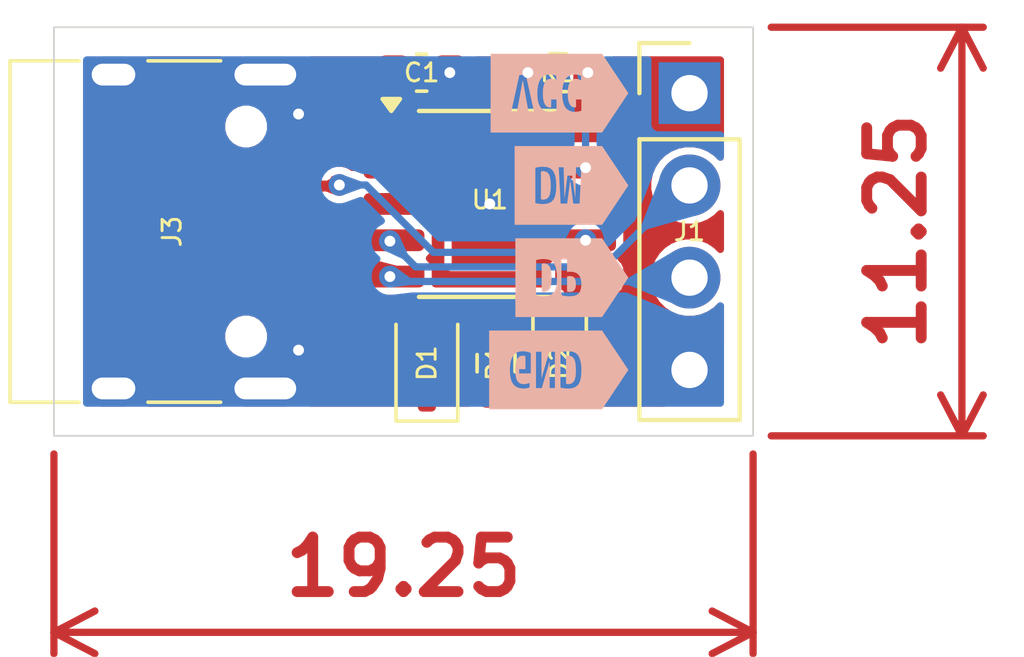
<source format=kicad_pcb>
(kicad_pcb (version 20241229) (generator "pcbnew") (generator_version "9.0")
  (layers (0 "F.Cu" signal) (2 "B.Cu" signal) (13 "F.Paste" user) (15 "B.Paste" user) (5 "F.SilkS" user "F.Silkscreen") (7 "B.SilkS" user "B.Silkscreen") (1 "F.Mask" user) (3 "B.Mask" user) (25 "Edge.Cuts" user))
  (net 0 "")
  (net 1 "GND")
  (net 2 "VCC")
  (net 5 "Net-(U1-CFG1)")
  (net 7 "/DM")
  (net 10 "/DP")
  (net 11 "Net-(J3-CC1)")
  (net 12 "Net-(J3-CC2)")
  (net 13 "Net-(D1-A)")
  (net 14 "Net-(D2-A)")
  (footprint "Diode_SMD:D_SOD-323F" (layer "F.Cu") (at 151.7685 80.7325 90)
    (property "Reference" "D1" (at -0.0175 0 90) (layer "F.SilkS") (effects (font (size 0.5 0.5) (thickness 0.08))))
    (property "Value" "D_Zener" (hide yes))
    (fp_line (start -1.61 -0.85) (end 1.05 -0.85) (stroke (width 0.1)) (layer "F.SilkS"))
    (fp_line (start -1.61 -0.85) (end -1.61 0.85) (stroke (width 0.1)) (layer "F.SilkS"))
    (fp_line (start -1.61 0.85) (end 1.05 0.85) (stroke (width 0.1)) (layer "F.SilkS"))
    (pad "1" smd roundrect (at -1.1 0 90) (size 0.5 0.5) (layers "F.Cu" "F.Mask" "F.Paste") (net 2 "VCC"))
    (pad "2" smd roundrect (at 1.1 0 90) (size 0.5 0.5) (layers "F.Cu" "F.Mask" "F.Paste") (net 13 "Net-(D1-A)"))
  )
  (footprint "Package_SO:SSOP-10-1EP_3.9x4.9mm_P1mm_EP2.1x3.3mm" (layer "F.Cu") (at 153.501 76.365)
    (property "Reference" "U1" (at 0 -0.1125 0) (layer "F.SilkS") (effects (font (size 0.5 0.5) (thickness 0.08))))
    (property "Value" "CH224K")
    (fp_line (start 0 -2.56) (end -1.95 -2.56) (stroke (width 0.12)) (layer "F.SilkS"))
    (fp_line (start 0 -2.56) (end 1.95 -2.56) (stroke (width 0.12)) (layer "F.SilkS"))
    (fp_line (start 0 2.56) (end -1.95 2.56) (stroke (width 0.12)) (layer "F.SilkS"))
    (fp_line (start 0 2.56) (end 1.95 2.56) (stroke (width 0.12)) (layer "F.SilkS"))
    (fp_poly (pts (xy -2.7125 -2.56) (xy -2.9525 -2.89) (xy -2.4725 -2.89)) (stroke (width 0.12)) (fill yes) (layer "F.SilkS"))
    (pad "1" smd roundrect (at -2.6375 -2) (size 1.675 0.6) (layers "F.Cu" "F.Mask" "F.Paste") (net 2 "VCC"))
    (pad "2" smd roundrect (at -2.6375 -1) (size 1.675 0.6) (layers "F.Cu" "F.Mask" "F.Paste"))
    (pad "3" smd roundrect (at -2.6375 0) (size 1.675 0.6) (layers "F.Cu" "F.Mask" "F.Paste"))
    (pad "4" smd roundrect (at -2.6375 1) (size 1.675 0.6) (layers "F.Cu" "F.Mask" "F.Paste") (net 7 "/DM"))
    (pad "5" smd roundrect (at -2.6375 2) (size 1.675 0.6) (layers "F.Cu" "F.Mask" "F.Paste") (net 10 "/DP"))
    (pad "6" smd roundrect (at 2.6375 2) (size 1.675 0.6) (layers "F.Cu" "F.Mask" "F.Paste") (net 12 "Net-(J3-CC2)"))
    (pad "7" smd roundrect (at 2.6375 1) (size 1.675 0.6) (layers "F.Cu" "F.Mask" "F.Paste") (net 11 "Net-(J3-CC1)"))
    (pad "8" smd roundrect (at 2.6375 0) (size 1.675 0.6) (layers "F.Cu" "F.Mask" "F.Paste") (net 2 "VCC"))
    (pad "9" smd roundrect (at 2.6375 -1) (size 1.675 0.6) (layers "F.Cu" "F.Mask" "F.Paste") (net 5 "Net-(U1-CFG1)"))
    (pad "10" smd roundrect (at 2.6375 -2) (size 1.675 0.6) (layers "F.Cu" "F.Mask" "F.Paste"))
    (pad "11" smd rect (at 0 0) (size 2.1 3.3) (property pad_prop_heatsink) (layers "F.Cu" "F.Mask") (net 1 "GND"))
  )
  (footprint "Connector_PinHeader_2.54mm:PinHeader_1x04_P2.54mm_Vertical" (layer "F.Cu") (at 159 73.315)
    (property "Reference" "J1" (at 0 3.81 0) (layer "F.SilkS") (effects (font (size 0.5 0.5) (thickness 0.08))))
    (property "Value" "Conn_01x04_Pin")
    (fp_line (start -1.38 -1.38) (end 0 -1.38) (stroke (width 0.12)) (layer "F.SilkS"))
    (fp_line (start -1.38 0) (end -1.38 -1.38) (stroke (width 0.12)) (layer "F.SilkS"))
    (fp_line (start -1.38 1.27) (end -1.38 9) (stroke (width 0.12)) (layer "F.SilkS"))
    (fp_line (start -1.38 1.27) (end 1.38 1.27) (stroke (width 0.12)) (layer "F.SilkS"))
    (fp_line (start -1.38 9) (end 1.38 9) (stroke (width 0.12)) (layer "F.SilkS"))
    (fp_line (start 1.38 1.27) (end 1.38 9) (stroke (width 0.12)) (layer "F.SilkS"))
    (pad "1" thru_hole rect (at 0 0) (size 1.7 1.7) (drill 1) (layers "*.Cu" "*.Mask") (net 2 "VCC"))
    (pad "2" thru_hole circle (at 0 2.54) (size 1.7 1.7) (drill 1) (layers "*.Cu" "*.Mask") (net 7 "/DM"))
    (pad "3" thru_hole circle (at 0 5.08) (size 1.7 1.7) (drill 1) (layers "*.Cu" "*.Mask") (net 10 "/DP"))
    (pad "4" thru_hole circle (at 0 7.62) (size 1.7 1.7) (drill 1) (layers "*.Cu" "*.Mask") (net 1 "GND"))
  )
  (footprint "Connector_USB:USB_C_Receptacle_HRO_TYPE-C-31-M-12" (layer "F.Cu") (at 144.19 77.125 -90)
    (property "Reference" "J3" (at 0 -0.56 90) (layer "F.SilkS") (effects (font (size 0.5 0.5) (thickness 0.08))))
    (property "Value" "USB_C_Receptacle_USB2.0_16P" (hide yes))
    (fp_line (start -4.7 3.9) (end 4.7 3.9) (stroke (width 0.1)) (layer "F.SilkS"))
    (fp_line (start -4.7 2) (end -4.7 3.9) (stroke (width 0.1)) (layer "F.SilkS"))
    (fp_line (start 4.7 2) (end 4.7 3.9) (stroke (width 0.1)) (layer "F.SilkS"))
    (fp_line (start -4.7 -1.9) (end -4.7 0.1) (stroke (width 0.1)) (layer "F.SilkS"))
    (fp_line (start 4.7 -1.9) (end 4.7 0.1) (stroke (width 0.1)) (layer "F.SilkS"))
    (pad "" np_thru_hole circle (at -2.89 -2.6 270) (size 0.65 0.65) (drill 0.65) (layers "*.Cu" "*.Mask"))
    (pad "" np_thru_hole circle (at 2.89 -2.6 270) (size 0.65 0.65) (drill 0.65) (layers "*.Cu" "*.Mask"))
    (pad "A1" smd rect (at -3.25 -4.045 270) (size 0.6 1.45) (layers "F.Cu" "F.Mask" "F.Paste") (net 1 "GND"))
    (pad "A4" smd rect (at -2.45 -4.045 270) (size 0.6 1.45) (layers "F.Cu" "F.Mask" "F.Paste") (net 2 "VCC"))
    (pad "A5" smd rect (at -1.25 -4.045 270) (size 0.3 1.45) (layers "F.Cu" "F.Mask" "F.Paste") (net 11 "Net-(J3-CC1)"))
    (pad "A6" smd rect (at -0.25 -4.045 270) (size 0.3 1.45) (layers "F.Cu" "F.Mask" "F.Paste") (net 10 "/DP"))
    (pad "A7" smd rect (at 0.25 -4.045 270) (size 0.3 1.45) (layers "F.Cu" "F.Mask" "F.Paste") (net 7 "/DM"))
    (pad "A8" smd rect (at 1.25 -4.045 270) (size 0.3 1.45) (layers "F.Cu" "F.Mask" "F.Paste"))
    (pad "A9" smd rect (at 2.45 -4.045 270) (size 0.6 1.45) (layers "F.Cu" "F.Mask" "F.Paste") (net 2 "VCC"))
    (pad "A12" smd rect (at 3.25 -4.045 270) (size 0.6 1.45) (layers "F.Cu" "F.Mask" "F.Paste") (net 1 "GND"))
    (pad "B1" smd rect (at 3.25 -4.045 270) (size 0.6 1.45) (layers "F.Cu" "F.Mask" "F.Paste") (net 1 "GND"))
    (pad "B4" smd rect (at 2.45 -4.045 270) (size 0.6 1.45) (layers "F.Cu" "F.Mask" "F.Paste") (net 2 "VCC"))
    (pad "B5" smd rect (at 1.75 -4.045 270) (size 0.3 1.45) (layers "F.Cu" "F.Mask" "F.Paste") (net 12 "Net-(J3-CC2)"))
    (pad "B6" smd rect (at 0.75 -4.045 270) (size 0.3 1.45) (layers "F.Cu" "F.Mask" "F.Paste") (net 10 "/DP"))
    (pad "B7" smd rect (at -0.75 -4.045 270) (size 0.3 1.45) (layers "F.Cu" "F.Mask" "F.Paste") (net 7 "/DM"))
    (pad "B8" smd rect (at -1.75 -4.045 270) (size 0.3 1.45) (layers "F.Cu" "F.Mask" "F.Paste"))
    (pad "B9" smd rect (at -2.45 -4.045 270) (size 0.6 1.45) (layers "F.Cu" "F.Mask" "F.Paste") (net 2 "VCC"))
    (pad "B12" smd rect (at -3.25 -4.045 270) (size 0.6 1.45) (layers "F.Cu" "F.Mask" "F.Paste") (net 1 "GND"))
    (pad "S1" thru_hole oval (at -4.32 -3.13 270) (size 1 2.1) (drill oval 0.6 1.7) (property pad_prop_heatsink) (layers "*.Cu" "*.Mask") (net 1 "GND"))
    (pad "S1" thru_hole oval (at -4.32 1.05 270) (size 1 1.6) (drill oval 0.6 1.2) (property pad_prop_heatsink) (layers "*.Cu" "*.Mask") (net 1 "GND"))
    (pad "S1" thru_hole oval (at 4.32 -3.13 270) (size 1 2.1) (drill oval 0.6 1.7) (property pad_prop_heatsink) (layers "*.Cu" "*.Mask") (net 1 "GND"))
    (pad "S1" thru_hole oval (at 4.32 1.05 270) (size 1 1.6) (drill oval 0.6 1.2) (property pad_prop_heatsink) (layers "*.Cu" "*.Mask") (net 1 "GND"))
  )
  (footprint "Resistor_SMD:R_0603_1608Metric" (layer "F.Cu") (at 155.375 72.75 180)
    (property "Reference" "R2" (at 0 0 0) (layer "F.SilkS") (effects (font (size 0.5 0.5) (thickness 0.08))))
    (property "Value" "R" (hide yes))
    (fp_line (start -0.237258 0.5225) (end 0.237258 0.5225) (stroke (width 0.1)) (layer "F.SilkS"))
    (fp_line (start -0.237258 -0.5225) (end 0.237258 -0.5225) (stroke (width 0.1)) (layer "F.SilkS"))
    (pad "1" smd roundrect (at -0.825 0 180) (size 0.8 0.95) (layers "F.Cu" "F.Mask" "F.Paste") (net 5 "Net-(U1-CFG1)"))
    (pad "2" smd roundrect (at 0.825 0 180) (size 0.8 0.95) (layers "F.Cu" "F.Mask" "F.Paste") (net 1 "GND"))
  )
  (footprint "Capacitor_SMD:C_0603_1608Metric" (layer "F.Cu") (at 151.625 72.75)
    (property "Reference" "C1" (at 0 0 0) (layer "F.SilkS") (effects (font (size 0.5 0.5) (thickness 0.08))))
    (property "Value" "1uF" (hide yes))
    (fp_line (start -0.14058 -0.51) (end 0.14058 -0.51) (stroke (width 0.1)) (layer "F.SilkS"))
    (fp_line (start -0.14058 0.51) (end 0.14058 0.51) (stroke (width 0.1)) (layer "F.SilkS"))
    (pad "1" smd roundrect (at -0.775 0) (size 0.9 0.95) (layers "F.Cu" "F.Mask" "F.Paste") (net 2 "VCC"))
    (pad "2" smd roundrect (at 0.775 0) (size 0.9 0.95) (layers "F.Cu" "F.Mask" "F.Paste") (net 1 "GND"))
  )
  (footprint "Resistor_SMD:R_0603_1608Metric" (layer "F.Cu") (at 153.6735 80.75 90)
    (property "Reference" "R1" (at 0 0 90) (layer "F.SilkS") (effects (font (size 0.5 0.5) (thickness 0.08))))
    (property "Value" "R" (hide yes))
    (fp_line (start -0.237258 -0.5225) (end 0.237258 -0.5225) (stroke (width 0.1)) (layer "F.SilkS"))
    (fp_line (start -0.237258 0.5225) (end 0.237258 0.5225) (stroke (width 0.1)) (layer "F.SilkS"))
    (pad "1" smd roundrect (at -0.825 0 90) (size 0.8 0.95) (layers "F.Cu" "F.Mask" "F.Paste") (net 14 "Net-(D2-A)"))
    (pad "2" smd roundrect (at 0.825 0 90) (size 0.8 0.95) (layers "F.Cu" "F.Mask" "F.Paste") (net 13 "Net-(D1-A)"))
  )
  (footprint "LED_SMD:LED_0603_1608Metric" (layer "F.Cu") (at 155.4235 80.735 -90)
    (property "Reference" "D2" (at -0.015 0 90) (layer "F.SilkS") (effects (font (size 0.5 0.5) (thickness 0.08))))
    (property "Value" "LED" (hide yes))
    (fp_line (start -1.485 0.735) (end 0.8 0.735) (stroke (width 0.1)) (layer "F.SilkS"))
    (fp_line (start -1.485 -0.735) (end -1.485 0.735) (stroke (width 0.1)) (layer "F.SilkS"))
    (fp_line (start 0.8 -0.735) (end -1.485 -0.735) (stroke (width 0.1)) (layer "F.SilkS"))
    (pad "1" smd roundrect (at -0.7875 0 270) (size 0.875 0.95) (layers "F.Cu" "F.Mask" "F.Paste") (net 1 "GND"))
    (pad "2" smd roundrect (at 0.7875 0 270) (size 0.875 0.95) (layers "F.Cu" "F.Mask" "F.Paste") (net 14 "Net-(D2-A)"))
  )
  (footprint "kibuzzard-688E3247" (layer "B.Cu") (at 155.419179 73.315)
    (property "Reference" "kibuzzard-688E3247" (hide yes))
    (property "Value" "G***" (hide yes))
    (fp_poly (pts (xy -1.325875 1.084475) (xy -1.896651 1.084475) (xy -1.896651 -1.084475) (xy -1.325875 -1.084475) (xy -0.925875 -1.084475) (xy -0.925875 -0.5) (xy -1.103957 -0.5) (xy -1.325875 0.5) (xy -1.168341 0.5) (xy -1.012177 -0.363014) (xy -1.010807 -0.363014) (xy -0.854642 0.5) (xy -0.702588 0.5) (xy -0.925875 -0.5) (xy -0.925875 -1.084475) (xy -0.262861 -1.084475) (xy -0.262861 -0.513699) (xy -0.34409 -0.505458) (xy -0.414488 -0.480736) (xy -0.474056 -0.439533) (xy -0.522793 -0.381849) (xy -0.5607 -0.307684) (xy -0.587776 -0.217038) (xy -0.604022 -0.10991) (xy -0.609437 0.013699) (xy -0.604086 0.130886) (xy -0.588033 0.232449) (xy -0.561278 0.318386) (xy -0.52382 0.388699) (xy -0.475661 0.443386) (xy -0.4168 0.482449) (xy -0.347236 0.505886) (xy -0.266971 0.513699) (xy -0.169368 0.506164) (xy -0.08204 0.483562) (xy -0.08204 0.173973) (xy -0.228615 0.173973) (xy -0.228615 0.387671) (xy -0.260122 0.393151) (xy -0.320814 0.38261) (xy -0.370472 0.350989) (xy -0.409094 0.298288) (xy -0.436682 0.224505) (xy -0.453234 0.129642) (xy -0.458752 0.013699) (xy -0.452664 -0.111454) (xy -0.434399 -0.213851) (xy -0.403957 -0.293493) (xy -0.361339 -0.350381) (xy -0.306545 -0.384513) (xy -0.239574 -0.39589) (xy -0.166971 -0.385274) (xy -0.088889 -0.353425) (xy -0.088889 -0.479452) (xy -0.171423 -0.505137) (xy -0.262861 -0.513699) (xy -0.262861 -1.084475) (xy 0.42207 -1.084475) (xy 0.42207 -0.513699) (xy 0.340841 -0.505458) (xy 0.270443 -0.480736) (xy 0.210876 -0.439533) (xy 0.162139 -0.381849) (xy 0.124232 -0.307684) (xy 0.097156 -0.217038) (xy 0.08091 -0.10991) (xy 0.075495 0.013699) (xy 0.080846 0.130886) (xy 0.096899 0.232449) (xy 0.123654 0.318386) (xy 0.161111 0.388699) (xy 0.20927 0.443386) (xy 0.268132 0.482449) (xy 0.337695 0.505886) (xy 0.41796 0.513699) (xy 0.515563 0.506164) (xy 0.602892 0.483562) (xy 0.602892 0.173973) (xy 0.456317 0.173973) (xy 0.456317 0.387671) (xy 0.42481 0.393151) (xy 0.364117 0.38261) (xy 0.31446 0.350989) (xy 0.275837 0.298288) (xy 0.24825 0.224505) (xy 0.231697 0.129642) (xy 0.22618 0.013699) (xy 0.232268 -0.111454) (xy 0.250533 -0.213851) (xy 0.280974 -0.293493) (xy 0.323592 -0.350381) (xy 0.378387 -0.384513) (xy 0.445358 -0.39589) (xy 0.51796 -0.385274) (xy 0.596043 -0.353425) (xy 0.596043 -0.479452) (xy 0.513508 -0.505137) (xy 0.42207 -0.513699) (xy 0.42207 -1.084475) (xy 0.602892 -1.084475) (xy 1.173668 -1.084475) (xy 1.896651 0) (xy 1.173668 1.084475) (xy 0.602892 1.084475) (xy -1.325875 1.084475)) (fill yes) (layer "B.SilkS"))
  )
  (footprint "kibuzzard-688E3260" (layer "B.Cu") (at 155.399316 80.935)
    (property "Reference" "kibuzzard-688E3260" (hide yes))
    (property "Value" "G***" (hide yes))
    (fp_poly (pts (xy 0.262481 0.394521) (xy 0.200837 0.382192) (xy 0.200837 -0.383562) (xy 0.262481 -0.39589) (xy 0.3582 -0.373973) (xy 0.42344 -0.308219) (xy 0.451218 -0.233486) (xy 0.467884 -0.12618) (xy 0.47344 0.013699) (xy 0.467808 0.140335) (xy 0.450913 0.238965) (xy 0.422755 0.309589) (xy 0.357344 0.373288) (xy 0.262481 0.394521)) (fill yes) (layer "B.SilkS"))
    (fp_poly (pts (xy -1.345738 1.084475) (xy -1.916514 1.084475) (xy -1.916514 -1.084475) (xy -1.345738 -1.084475) (xy -1.003272 -1.084475) (xy -1.003272 -0.513699) (xy -1.083538 -0.505565) (xy -1.153101 -0.481164) (xy -1.211963 -0.440497) (xy -1.260122 -0.383562) (xy -1.297579 -0.31036) (xy -1.324334 -0.22089) (xy -1.340387 -0.115154) (xy -1.345738 0.006849) (xy -1.339959 0.129538) (xy -1.322622 0.234589) (xy -1.293726 0.322003) (xy -1.253272 0.391781) (xy -1.181355 0.459513) (xy -1.088889 0.500152) (xy -0.975875 0.513699) (xy -0.888546 0.506164) (xy -0.804642 0.483562) (xy -0.804642 0.360274) (xy -0.891971 0.384932) (xy -0.975875 0.393151) (xy -1.073478 0.371404) (xy -1.141629 0.306164) (xy -1.171309 0.234247) (xy -1.189117 0.134475) (xy -1.195053 0.006849) (xy -1.189422 -0.123744) (xy -1.172527 -0.226941) (xy -1.144368 -0.30274) (xy -1.082725 -0.372603) (xy -0.999163 -0.39589) (xy -0.916971 -0.379452) (xy -0.916971 -0.020548) (xy -1.089574 -0.020548) (xy -1.089574 0.09589) (xy -0.770396 0.09589) (xy -0.770396 -0.465753) (xy -0.84376 -0.49239) (xy -0.921385 -0.508371) (xy -1.003272 -0.513699) (xy -1.003272 -1.084475) (xy -0.62656 -1.084475) (xy -0.62656 -0.5) (xy -0.62656 0.5) (xy -0.467656 0.5) (xy -0.253957 -0.226027) (xy -0.249848 -0.226027) (xy -0.249848 0.5) (xy -0.106012 0.5) (xy -0.106012 -0.5) (xy -0.259437 -0.5) (xy -0.473135 0.226027) (xy -0.475875 0.226027) (xy -0.475875 -0.5) (xy -0.62656 -0.5) (xy -0.62656 -1.084475) (xy 0.262481 -1.084475) (xy 0.262481 -0.513699) (xy 0.150495 -0.506849) (xy 0.047412 -0.486301) (xy 0.047412 0.486301) (xy 0.154604 0.506849) (xy 0.262481 0.513699) (xy 0.378387 0.501294) (xy 0.470396 0.464079) (xy 0.538508 0.402055) (xy 0.575366 0.335916) (xy 0.601693 0.249144) (xy 0.61749 0.141738) (xy 0.622755 0.013699) (xy 0.618265 -0.11035) (xy 0.604795 -0.21583) (xy 0.582344 -0.30274) (xy 0.532858 -0.401884) (xy 0.465221 -0.466438) (xy 0.37618 -0.501884) (xy 0.262481 -0.513699) (xy 0.262481 -1.084475) (xy 0.622755 -1.084475) (xy 1.193531 -1.084475) (xy 1.916514 0) (xy 1.193531 1.084475) (xy 0.622755 1.084475) (xy -1.345738 1.084475)) (fill yes) (layer "B.SilkS"))
  )
  (footprint "kibuzzard-688E3266" (layer "B.Cu") (at 155.760274 78.395)
    (property "Reference" "kibuzzard-688E3266" (hide yes))
    (property "Value" "G***" (hide yes))
    (fp_poly (pts (xy 0.112481 0.179452) (xy 0.102378 0.277397) (xy 0.07207 0.343836) (xy 0.020529 0.381849) (xy -0.053272 0.394521) (xy -0.132725 0.383562) (xy -0.132725 -0.036986) (xy -0.053272 -0.046575) (xy 0.020529 -0.033733) (xy 0.07207 0.004795) (xy 0.102378 0.074144) (xy 0.112481 0.179452)) (fill yes) (layer "B.SilkS"))
    (fp_poly (pts (xy -0.769711 0.394521) (xy -0.831355 0.382192) (xy -0.831355 -0.383562) (xy -0.769711 -0.39589) (xy -0.673992 -0.373973) (xy -0.608752 -0.308219) (xy -0.580974 -0.233486) (xy -0.564307 -0.12618) (xy -0.558752 0.013699) (xy -0.564384 0.140335) (xy -0.581279 0.238965) (xy -0.609437 0.309589) (xy -0.674848 0.373288) (xy -0.769711 0.394521)) (fill yes) (layer "B.SilkS"))
    (fp_poly (pts (xy -0.984779 1.084475) (xy -1.555556 1.084475) (xy -1.555556 -1.084475) (xy -0.984779 -1.084475) (xy -0.769711 -1.084475) (xy -0.769711 -0.513699) (xy -0.881697 -0.506849) (xy -0.984779 -0.486301) (xy -0.984779 0.486301) (xy -0.877588 0.506849) (xy -0.769711 0.513699) (xy -0.653805 0.501294) (xy -0.561796 0.464079) (xy -0.493683 0.402055) (xy -0.456826 0.335916) (xy -0.430498 0.249144) (xy -0.414702 0.141738) (xy -0.409437 0.013699) (xy -0.413927 -0.11035) (xy -0.427397 -0.21583) (xy -0.449848 -0.30274) (xy -0.499334 -0.401884) (xy -0.566971 -0.466438) (xy -0.656012 -0.501884) (xy -0.769711 -0.513699) (xy -0.769711 -1.084475) (xy -0.132725 -1.084475) (xy -0.132725 -0.5) (xy -0.286149 -0.5) (xy -0.286149 0.486301) (xy -0.209741 0.501522) (xy -0.132116 0.510654) (xy -0.053272 0.513699) (xy 0.046423 0.504947) (xy 0.126332 0.478691) (xy 0.186454 0.434932) (xy 0.228311 0.371537) (xy 0.253425 0.286377) (xy 0.261796 0.179452) (xy 0.253196 0.070624) (xy 0.227397 -0.016591) (xy 0.184399 -0.082192) (xy 0.123592 -0.127854) (xy 0.044368 -0.155251) (xy -0.053272 -0.164384) (xy -0.132725 -0.157534) (xy -0.132725 -0.5) (xy -0.132725 -1.084475) (xy 0.261796 -1.084475) (xy 0.832572 -1.084475) (xy 1.555556 0) (xy 0.832572 1.084475) (xy 0.261796 1.084475) (xy -0.984779 1.084475)) (fill yes) (layer "B.SilkS"))
  )
  (footprint "kibuzzard-688E326B" (layer "B.Cu") (at 155.75 75.855)
    (property "Reference" "kibuzzard-688E326B" (hide yes))
    (property "Value" "G***" (hide yes))
    (fp_poly (pts (xy -0.779985 0.394521) (xy -0.841629 0.382192) (xy -0.841629 -0.383562) (xy -0.779985 -0.39589) (xy -0.684266 -0.373973) (xy -0.619026 -0.308219) (xy -0.591248 -0.233486) (xy -0.574581 -0.12618) (xy -0.569026 0.013699) (xy -0.574658 0.140335) (xy -0.591553 0.238965) (xy -0.619711 0.309589) (xy -0.685122 0.373288) (xy -0.779985 0.394521)) (fill yes) (layer "B.SilkS"))
    (fp_poly (pts (xy -0.995053 1.084475) (xy -1.56583 1.084475) (xy -1.56583 -1.084475) (xy -0.995053 -1.084475) (xy -0.779985 -1.084475) (xy -0.779985 -0.513699) (xy -0.891971 -0.506849) (xy -0.995053 -0.486301) (xy -0.995053 0.486301) (xy -0.887861 0.506849) (xy -0.779985 0.513699) (xy -0.664079 0.501294) (xy -0.57207 0.464079) (xy -0.503957 0.402055) (xy -0.4671 0.335916) (xy -0.440772 0.249144) (xy -0.424976 0.141738) (xy -0.419711 0.013699) (xy -0.424201 -0.11035) (xy -0.437671 -0.21583) (xy -0.460122 -0.30274) (xy -0.509608 -0.401884) (xy -0.577245 -0.466438) (xy -0.666286 -0.501884) (xy -0.779985 -0.513699) (xy -0.779985 -1.084475) (xy -0.216971 -1.084475) (xy -0.216971 -0.5) (xy -0.351218 -0.5) (xy -0.299163 0.5) (xy -0.119711 0.5) (xy -0.036149 -0.136986) (xy -0.033409 -0.136986) (xy 0.048782 0.5) (xy 0.221385 0.5) (xy 0.27207 -0.5) (xy 0.125495 -0.5) (xy 0.104947 0.349315) (xy 0.103577 0.349315) (xy 0.018645 -0.267123) (xy -0.111492 -0.267123) (xy -0.189574 0.349315) (xy -0.193683 0.349315) (xy -0.216971 -0.5) (xy -0.216971 -1.084475) (xy 0.27207 -1.084475) (xy 0.842846 -1.084475) (xy 1.56583 0) (xy 0.842846 1.084475) (xy 0.27207 1.084475) (xy -0.995053 1.084475)) (fill yes) (layer "B.SilkS"))
  )
  (gr_rect (start 141.5 71.5) (end 160.75 82.75) (stroke (width 0.05)) (fill no) (layer "Edge.Cuts"))
  (dimension (type orthogonal) (layer "F.Cu") (pts (xy 141.5 82.75) (xy 160.75 82.75)) (height 5.41) (orientation 0) (format (prefix "") (suffix "") (units 3) (units_format 0) (precision 4) (suppress_zeroes yes)) (style (thickness 0.2) (arrow_length 1.27) (text_position_mode 0) (arrow_direction outward) (extension_height 0.58642) (extension_offset 0.5) (keep_text_aligned yes)) (gr_text "19.25" (at 151.125 86.36 0) (layer "F.Cu") (effects (font (size 1.5 1.5) (thickness 0.3)))))
  (dimension (type orthogonal) (layer "F.Cu") (pts (xy 160.75 82.75) (xy 160.75 71.5)) (height 5.75) (orientation 1) (format (prefix "") (suffix "") (units 3) (units_format 0) (precision 4) (suppress_zeroes yes)) (style (thickness 0.2) (arrow_length 1.27) (text_position_mode 0) (arrow_direction outward) (extension_height 0.58642) (extension_offset 0.5) (keep_text_aligned yes)) (gr_text "11.25" (at 164.7 77.125 90) (layer "F.Cu") (effects (font (size 1.5 1.5) (thickness 0.3)))))
  (segment (start 158.0125 79.9475) (end 159 80.935) (width 0.2) (layer "F.Cu") (net 1))
  (segment (start 155.4235 79.9475) (end 158.0125 79.9475) (width 0.2) (layer "F.Cu") (net 1))
  (via (at 153.5 76.365) (size 0.6) (drill 0.3) (layers "F.Cu" "B.Cu") (net 1))
  (via (at 148.235 73.89) (size 0.6) (drill 0.3) (layers "F.Cu" "B.Cu") (net 1))
  (via (at 154.55 72.75) (size 0.6) (drill 0.3) (layers "F.Cu" "B.Cu") (net 1))
  (via (at 152.4 72.75) (size 0.6) (drill 0.3) (layers "F.Cu" "B.Cu") (net 1))
  (via (at 148.235 80.39) (size 0.6) (drill 0.3) (layers "F.Cu" "B.Cu") (net 1))
  (via (at 156.1375 75.365) (size 0.6) (drill 0.3) (layers "F.Cu" "B.Cu") (net 5))
  (via (at 156.2 72.75) (size 0.6) (drill 0.3) (layers "F.Cu" "B.Cu") (net 5))
  (segment (start 156.1375 72.8125) (end 156.1375 75.365) (width 0.2) (layer "B.Cu") (net 5))
  (segment (start 156.2 72.75) (end 156.1375 72.8125) (width 0.2) (layer "B.Cu") (net 5))
  (segment (start 149.212 77.39) (end 149.163 77.341) (width 0.2) (layer "F.Cu") (net 7))
  (segment (start 149.039733 76.375) (end 149.261 76.596267) (width 0.2) (layer "F.Cu") (net 7))
  (segment (start 149.261 76.596267) (end 149.261 77.341) (width 0.2) (layer "F.Cu") (net 7))
  (segment (start 148.235 76.375) (end 149.039733 76.375) (width 0.2) (layer "F.Cu") (net 7))
  (segment (start 149.212 77.39) (end 149.261 77.341) (width 0.2) (layer "F.Cu") (net 7))
  (segment (start 148.261 76.439) (end 148.235 76.413) (width 0.2) (layer "F.Cu") (net 7))
  (segment (start 150.75 77.39) (end 149.212 77.39) (width 0.2) (layer "F.Cu") (net 7))
  (segment (start 148.235 77.39) (end 149.212 77.39) (width 0.2) (layer "F.Cu") (net 7))
  (segment (start 149.11 76.39) (end 148.235 76.39) (width 0.2) (layer "F.Cu") (net 7))
  (segment (start 149.163 77.341) (end 149.261 77.341) (width 0.2) (layer "F.Cu") (net 7))
  (via (at 150.75 77.39) (size 0.6) (drill 0.3) (layers "F.Cu" "B.Cu") (net 7))
  (segment (start 156.651 78.099) (end 159.25 75.5) (width 0.2) (layer "B.Cu") (net 7))
  (segment (start 151.459 78.099) (end 156.651 78.099) (width 0.2) (layer "B.Cu") (net 7))
  (segment (start 150.75 77.39) (end 151.459 78.099) (width 0.2) (layer "B.Cu") (net 7))
  (segment (start 147.258 77.875) (end 148.235 77.875) (width 0.2) (layer "F.Cu") (net 10))
  (segment (start 147.209 77.826) (end 147.258 77.875) (width 0.2) (layer "F.Cu") (net 10))
  (segment (start 147.258 76.875) (end 147.209 76.924) (width 0.2) (layer "F.Cu") (net 10))
  (segment (start 148.235 77.89) (end 149.908032 77.89) (width 0.2) (layer "F.Cu") (net 10))
  (segment (start 148.235 76.875) (end 147.258 76.875) (width 0.2) (layer "F.Cu") (net 10))
  (segment (start 149.908032 77.89) (end 150.383032 78.365) (width 0.2) (layer "F.Cu") (net 10))
  (segment (start 147.209 76.924) (end 147.209 77.826) (width 0.2) (layer "F.Cu") (net 10))
  (via (at 150.75 78.365) (size 0.6) (drill 0.3) (layers "F.Cu" "B.Cu") (net 10))
  (segment (start 150.75 78.365) (end 150.885 78.5) (width 0.2) (layer "B.Cu") (net 10))
  (segment (start 150.885 78.5) (end 159 78.5) (width 0.2) (layer "B.Cu") (net 10))
  (segment (start 149.358601 75.843925) (end 148.281075 75.843925) (width 0.2) (layer "F.Cu") (net 11))
  (via (at 149.358601 75.843925) (size 0.6) (drill 0.3) (layers "F.Cu" "B.Cu") (net 11))
  (via (at 156.1375 77.365) (size 0.6) (drill 0.3) (layers "F.Cu" "B.Cu") (net 11))
  (segment (start 150.093925 75.843925) (end 151.948 77.698) (width 0.2) (layer "B.Cu") (net 11))
  (segment (start 151.948 77.698) (end 155.8045 77.698) (width 0.2) (layer "B.Cu") (net 11))
  (segment (start 155.8045 77.698) (end 156.1375 77.365) (width 0.2) (layer "B.Cu") (net 11))
  (segment (start 149.358601 75.843925) (end 150.093925 75.843925) (width 0.2) (layer "B.Cu") (net 11))
  (segment (start 148.235 78.89) (end 148.311 78.966) (width 0.2) (layer "F.Cu") (net 12))
  (segment (start 155.5365 78.966) (end 156.1375 78.365) (width 0.2) (layer "F.Cu") (net 12))
  (segment (start 148.311 78.966) (end 155.5365 78.966) (width 0.2) (layer "F.Cu") (net 12))
  (segment (start 153.77 80) (end 152.075 80) (width 0.2) (layer "F.Cu") (net 13))
  (segment (start 152.075 80) (end 151.845 79.77) (width 0.2) (layer "F.Cu") (net 13))
  (segment (start 155.371 81.575) (end 153.6735 81.575) (width 0.2) (layer "F.Cu") (net 14))
  (zone (net 2) (net_name "VCC") (layer "F.Cu") (connect_pads yes (clearance 0.2)) (min_thickness 0.2) (fill yes (thermal_gap 0.5) (thermal_bridge_width 0.5))
    (polygon (pts (xy 141.75 70.75) (xy 160.5 70.75) (xy 160.5 83.5) (xy 141.75 83.5)))
  )
  (zone (net 1) (net_name "GND") (layer "B.Cu") (priority 1) (connect_pads yes (clearance 0.2)) (min_thickness 0.2) (fill yes (thermal_gap 0.5) (thermal_bridge_width 0.5))
    (polygon (pts (xy 160.5 70.75) (xy 160.5 83.5) (xy 141.75 83.5) (xy 141.75 70.75)))
  )
)
</source>
